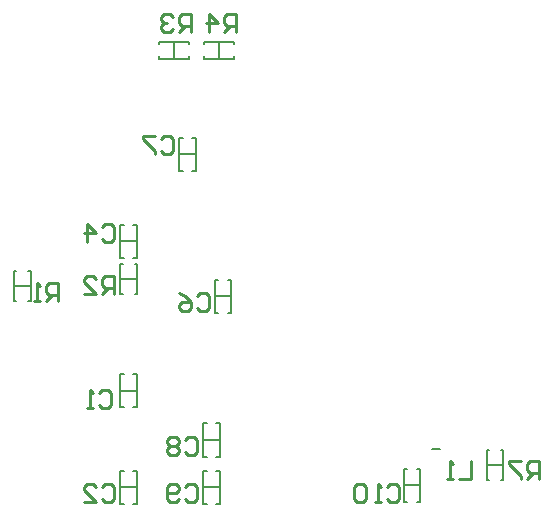
<source format=gbo>
G04*
G04 #@! TF.GenerationSoftware,Altium Limited,Altium Designer,20.2.3 (150)*
G04*
G04 Layer_Color=32896*
%FSLAX25Y25*%
%MOIN*%
G70*
G04*
G04 #@! TF.SameCoordinates,03438412-7A25-4BEF-A10F-2466806E8FA3*
G04*
G04*
G04 #@! TF.FilePolarity,Positive*
G04*
G01*
G75*
%ADD10C,0.00787*%
%ADD14C,0.01000*%
%ADD60C,0.00591*%
D10*
X343260Y241094D02*
X346016D01*
D14*
X218715Y290458D02*
Y296456D01*
X215716D01*
X214717Y295456D01*
Y293457D01*
X215716Y292457D01*
X218715D01*
X216716D02*
X214717Y290458D01*
X212717D02*
X210718D01*
X211718D01*
Y296456D01*
X212717Y295456D01*
X233433Y315141D02*
X234432Y316141D01*
X236432D01*
X237431Y315141D01*
Y311142D01*
X236432Y310143D01*
X234432D01*
X233433Y311142D01*
X228434Y310143D02*
Y316141D01*
X231433Y313142D01*
X227435D01*
X237431Y293017D02*
Y299015D01*
X234432D01*
X233433Y298015D01*
Y296016D01*
X234432Y295016D01*
X237431D01*
X235432D02*
X233433Y293017D01*
X227435D02*
X231433D01*
X227435Y297015D01*
Y298015D01*
X228434Y299015D01*
X230434D01*
X231433Y298015D01*
X264929Y292208D02*
X265929Y293208D01*
X267928D01*
X268928Y292208D01*
Y288209D01*
X267928Y287210D01*
X265929D01*
X264929Y288209D01*
X258931Y293208D02*
X260930Y292208D01*
X262929Y290209D01*
Y288209D01*
X261930Y287210D01*
X259930D01*
X258931Y288209D01*
Y289209D01*
X259930Y290209D01*
X262929D01*
X253118Y344669D02*
X254117Y345668D01*
X256117D01*
X257117Y344669D01*
Y340670D01*
X256117Y339670D01*
X254117D01*
X253118Y340670D01*
X251118Y345668D02*
X247120D01*
Y344669D01*
X251118Y340670D01*
Y339670D01*
X356510Y237401D02*
Y231402D01*
X352512D01*
X350512D02*
X348513D01*
X349513D01*
Y237401D01*
X350512Y236401D01*
X328452Y228527D02*
X329451Y229527D01*
X331451D01*
X332450Y228527D01*
Y224528D01*
X331451Y223529D01*
X329451D01*
X328452Y224528D01*
X326452Y223529D02*
X324453D01*
X325453D01*
Y229527D01*
X326452Y228527D01*
X321454D02*
X320454Y229527D01*
X318455D01*
X317455Y228527D01*
Y224528D01*
X318455Y223529D01*
X320454D01*
X321454Y224528D01*
Y228527D01*
X379164Y231402D02*
Y237401D01*
X376165D01*
X375165Y236401D01*
Y234402D01*
X376165Y233402D01*
X379164D01*
X377164D02*
X375165Y231402D01*
X373166Y237401D02*
X369167D01*
Y236401D01*
X373166Y232402D01*
Y231402D01*
X233433Y228527D02*
X234432Y229527D01*
X236432D01*
X237431Y228527D01*
Y224528D01*
X236432Y223529D01*
X234432D01*
X233433Y224528D01*
X227435Y223529D02*
X231433D01*
X227435Y227527D01*
Y228527D01*
X228434Y229527D01*
X230434D01*
X231433Y228527D01*
X232433Y260023D02*
X233433Y261023D01*
X235432D01*
X236432Y260023D01*
Y256024D01*
X235432Y255025D01*
X233433D01*
X232433Y256024D01*
X230434Y255025D02*
X228434D01*
X229434D01*
Y261023D01*
X230434Y260023D01*
X260992Y228527D02*
X261992Y229527D01*
X263991D01*
X264990Y228527D01*
Y224528D01*
X263991Y223529D01*
X261992D01*
X260992Y224528D01*
X258993D02*
X257993Y223529D01*
X255993D01*
X254994Y224528D01*
Y228527D01*
X255993Y229527D01*
X257993D01*
X258993Y228527D01*
Y227527D01*
X257993Y226528D01*
X254994D01*
X260992Y244275D02*
X261992Y245275D01*
X263991D01*
X264990Y244275D01*
Y240276D01*
X263991Y239277D01*
X261992D01*
X260992Y240276D01*
X258993Y244275D02*
X257993Y245275D01*
X255993D01*
X254994Y244275D01*
Y243275D01*
X255993Y242276D01*
X254994Y241276D01*
Y240276D01*
X255993Y239277D01*
X257993D01*
X258993Y240276D01*
Y241276D01*
X257993Y242276D01*
X258993Y243275D01*
Y244275D01*
X257993Y242276D02*
X255993D01*
X277953Y380265D02*
Y386263D01*
X274954D01*
X273954Y385264D01*
Y383264D01*
X274954Y382265D01*
X277953D01*
X275953D02*
X273954Y380265D01*
X268956D02*
Y386263D01*
X271955Y383264D01*
X267956D01*
X262974Y380265D02*
Y386263D01*
X259975D01*
X258975Y385264D01*
Y383264D01*
X259975Y382265D01*
X262974D01*
X260975D02*
X258975Y380265D01*
X256976Y385264D02*
X255976Y386263D01*
X253977D01*
X252977Y385264D01*
Y384264D01*
X253977Y383264D01*
X254977D01*
X253977D01*
X252977Y382265D01*
Y381265D01*
X253977Y380265D01*
X255976D01*
X256976Y381265D01*
D60*
X204087Y295425D02*
X209598D01*
X208842Y290425D02*
X209598D01*
Y300425D01*
X208842D02*
X209598D01*
X204087D02*
X204842D01*
X204087Y290425D02*
Y300425D01*
Y290425D02*
X204842D01*
X243850Y315996D02*
X245031D01*
Y304972D02*
Y315996D01*
X243850Y304972D02*
X245031D01*
X239520D02*
X240701D01*
X239520D02*
Y315996D01*
X240701D01*
X239520Y310484D02*
X245031D01*
X239520Y297984D02*
X245031D01*
X239520Y302984D02*
X240276D01*
X239520Y292984D02*
Y302984D01*
Y292984D02*
X240276D01*
X244276D02*
X245031D01*
Y302984D01*
X244276D02*
X245031D01*
X271016Y286665D02*
X272197D01*
X271016D02*
Y297689D01*
X272197D01*
X275346D02*
X276528D01*
Y286665D02*
Y297689D01*
X275346Y286665D02*
X276528D01*
X271016Y292177D02*
X276528D01*
X263535Y344933D02*
X264717D01*
Y333910D02*
Y344933D01*
X263535Y333910D02*
X264717D01*
X259205D02*
X260386D01*
X259205D02*
Y344933D01*
X260386D01*
X259205Y339421D02*
X264717D01*
X334008Y223673D02*
X335189D01*
X334008D02*
Y234697D01*
X335189D01*
X338339D02*
X339520D01*
Y223673D02*
Y234697D01*
X338339Y223673D02*
X339520D01*
X334008Y229185D02*
X339520D01*
X361567Y235780D02*
X367079D01*
X361567Y240779D02*
X362323D01*
X361567Y230780D02*
Y240779D01*
Y230780D02*
X362323D01*
X366323D02*
X367079D01*
Y240779D01*
X366323D02*
X367079D01*
X239520Y222984D02*
X240701D01*
X239520D02*
Y234008D01*
X240701D01*
X243850D02*
X245031D01*
Y222984D02*
Y234008D01*
X243850Y222984D02*
X245031D01*
X239520Y228496D02*
X245031D01*
X239520Y255169D02*
X240701D01*
X239520D02*
Y266193D01*
X240701D01*
X243850D02*
X245031D01*
Y255169D02*
Y266193D01*
X243850Y255169D02*
X245031D01*
X239520Y260681D02*
X245031D01*
X267079Y222984D02*
X268260D01*
X267079D02*
Y234008D01*
X268260D01*
X271410D02*
X272591D01*
Y222984D02*
Y234008D01*
X271410Y222984D02*
X272591D01*
X267079Y228496D02*
X272591D01*
X271410Y249756D02*
X272591D01*
Y238732D02*
Y249756D01*
X271410Y238732D02*
X272591D01*
X267079D02*
X268260D01*
X267079D02*
Y249756D01*
X268260D01*
X267079Y244244D02*
X272591D01*
X262433Y371409D02*
Y372165D01*
X252433Y371409D02*
X262433D01*
X252433D02*
Y372165D01*
Y376165D02*
Y376921D01*
X262433D01*
Y376165D02*
Y376921D01*
X257433Y371409D02*
Y376921D01*
X277394Y371409D02*
Y372165D01*
X267394Y371409D02*
X277394D01*
X267394D02*
Y372165D01*
Y376165D02*
Y376921D01*
X277394D01*
Y376165D02*
Y376921D01*
X272394Y371409D02*
Y376921D01*
M02*

</source>
